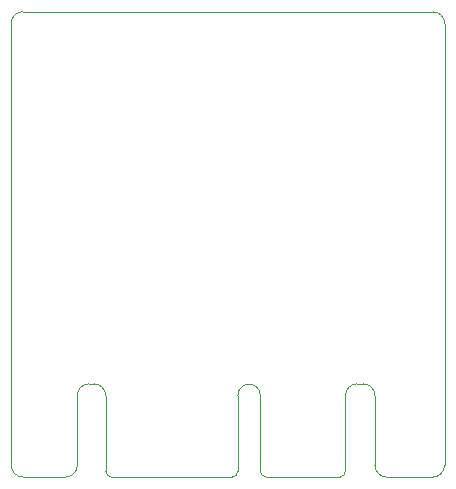
<source format=gm1>
G04 #@! TF.GenerationSoftware,KiCad,Pcbnew,(5.99.0-8491-gb8dfcb34c4)*
G04 #@! TF.CreationDate,2021-01-21T08:47:48+01:00*
G04 #@! TF.ProjectId,TMC2209_Driver,544d4332-3230-4395-9f44-72697665722e,rev?*
G04 #@! TF.SameCoordinates,PX67f3540PY6cb8080*
G04 #@! TF.FileFunction,Profile,NP*
%FSLAX46Y46*%
G04 Gerber Fmt 4.6, Leading zero omitted, Abs format (unit mm)*
G04 Created by KiCad (PCBNEW (5.99.0-8491-gb8dfcb34c4)) date 2021-01-21 08:47:48*
%MOMM*%
%LPD*%
G01*
G04 APERTURE LIST*
G04 #@! TA.AperFunction,Profile*
%ADD10C,0.050000*%
G04 #@! TD*
G04 APERTURE END LIST*
D10*
X21100000Y6900000D02*
X21100000Y500000D01*
X29300000Y7900000D02*
X29800000Y7900000D01*
X19199999Y500000D02*
G75*
G02*
X18700000Y1I-499999J0D01*
G01*
X0Y38400000D02*
G75*
G02*
X1000000Y39400000I1000000J0D01*
G01*
X21600000Y0D02*
X27800000Y0D01*
X19200000Y500000D02*
X19200000Y6900000D01*
X35700000Y39400000D02*
X1000000Y39400000D01*
X31800000Y0D02*
X35700000Y0D01*
X36700000Y1000000D02*
G75*
G02*
X35700000Y0I-1000000J0D01*
G01*
X4600000Y0D02*
X1000000Y0D01*
X30800000Y1000000D02*
X30800000Y6900000D01*
X5600000Y6900000D02*
X5600000Y1000000D01*
X28300000Y500000D02*
G75*
G02*
X27800000Y0I-500000J0D01*
G01*
X1000000Y0D02*
G75*
G02*
X0Y1000000I0J1000000D01*
G01*
X6600000Y7900000D02*
G75*
G03*
X5600000Y6900000I0J-1000000D01*
G01*
X5600000Y1000000D02*
G75*
G02*
X4600000Y0I-1000000J0D01*
G01*
X35700000Y39400000D02*
G75*
G02*
X36700000Y38400000I0J-1000000D01*
G01*
X31800000Y0D02*
G75*
G02*
X30800000Y1000000I0J1000000D01*
G01*
X28300000Y500000D02*
X28300000Y6900000D01*
X6600000Y7900000D02*
X7000000Y7900000D01*
X0Y1000000D02*
X0Y38400000D01*
X8500000Y0D02*
G75*
G02*
X8000000Y500000I0J500000D01*
G01*
X29800000Y7900000D02*
G75*
G02*
X30800000Y6900000I0J-1000000D01*
G01*
X28300000Y6900000D02*
G75*
G02*
X29300000Y7900000I1000000J0D01*
G01*
X36700000Y1000000D02*
X36700000Y38400000D01*
X7000000Y7900000D02*
G75*
G02*
X8000000Y6900000I0J-1000000D01*
G01*
X21600000Y0D02*
G75*
G02*
X21100000Y500000I0J500000D01*
G01*
X8000000Y6900000D02*
X8000000Y500000D01*
X8500000Y0D02*
X18700000Y0D01*
X19200001Y6900000D02*
G75*
G02*
X21099999Y6900000I949999J0D01*
G01*
M02*

</source>
